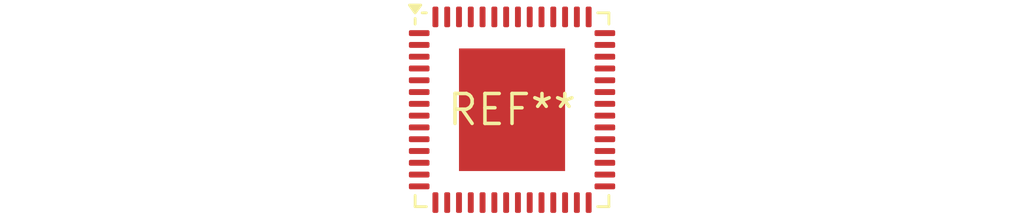
<source format=kicad_pcb>
(kicad_pcb (version 20240108) (generator pcbnew)
  (layers (0 "F.Cu" signal) (31 "B.Cu" signal) (34 "B.Paste" user) (35 "F.Paste" user) (36 "B.SilkS" user "B.Silkscreen") (37 "F.SilkS" user "F.Silkscreen") (38 "B.Mask" user) (39 "F.Mask" user) (44 "Edge.Cuts" user))
  (net 0 "")
  (footprint "QFN-56-1EP_8x8mm_P0.5mm_EP4.5x5.2mm" (layer "F.Cu") (at 0 0)
    (property "Reference" "REF**")
    (property "Value" "QFN-56-1EP_8x8mm_P0.5mm_EP4.5x5.2mm")
    (fp_line (start -4.11 -3.635) (end -4.11 -3.87) (layer "F.SilkS") (stroke (width 0.12)))
    (fp_line (start -4.11 4.11) (end -4.11 3.635) (layer "F.SilkS") (stroke (width 0.12)))
    (fp_line (start -3.635 -4.11) (end -3.81 -4.11) (layer "F.SilkS") (stroke (width 0.12)))
    (fp_line (start -3.635 4.11) (end -4.11 4.11) (layer "F.SilkS") (stroke (width 0.12)))
    (fp_line (start 3.635 -4.11) (end 4.11 -4.11) (layer "F.SilkS") (stroke (width 0.12)))
    (fp_line (start 3.635 4.11) (end 4.11 4.11) (layer "F.SilkS") (stroke (width 0.12)))
    (fp_line (start 4.11 -4.11) (end 4.11 -3.635) (layer "F.SilkS") (stroke (width 0.12)))
    (fp_line (start 4.11 4.11) (end 4.11 3.635) (layer "F.SilkS") (stroke (width 0.12)))
    (fp_poly (pts (xy -4.11 -4.11) (xy -4.35 -4.44) (xy -3.87 -4.44) (xy -4.11 -4.11)) (layer "F.SilkS") (stroke (width 0.12)) (fill solid))
    (pad "1" smd roundrect (at -3.9375 -3.25) (size 0.875 0.25) (layers "F.Cu" "F.Paste" "F.Mask"))
    (pad "2" smd roundrect (at -3.9375 -2.75) (size 0.875 0.25) (layers "F.Cu" "F.Paste" "F.Mask"))
    (pad "3" smd roundrect (at -3.9375 -2.25) (size 0.875 0.25) (layers "F.Cu" "F.Paste" "F.Mask"))
    (pad "4" smd roundrect (at -3.9375 -1.75) (size 0.875 0.25) (layers "F.Cu" "F.Paste" "F.Mask"))
    (pad "5" smd roundrect (at -3.9375 -1.25) (size 0.875 0.25) (layers "F.Cu" "F.Paste" "F.Mask"))
    (pad "6" smd roundrect (at -3.9375 -0.75) (size 0.875 0.25) (layers "F.Cu" "F.Paste" "F.Mask"))
    (pad "7" smd roundrect (at -3.9375 -0.25) (size 0.875 0.25) (layers "F.Cu" "F.Paste" "F.Mask"))
    (pad "8" smd roundrect (at -3.9375 0.25) (size 0.875 0.25) (layers "F.Cu" "F.Paste" "F.Mask"))
    (pad "9" smd roundrect (at -3.9375 0.75) (size 0.875 0.25) (layers "F.Cu" "F.Paste" "F.Mask"))
    (pad "10" smd roundrect (at -3.9375 1.25) (size 0.875 0.25) (layers "F.Cu" "F.Paste" "F.Mask"))
    (pad "11" smd roundrect (at -3.9375 1.75) (size 0.875 0.25) (layers "F.Cu" "F.Paste" "F.Mask"))
    (pad "12" smd roundrect (at -3.9375 2.25) (size 0.875 0.25) (layers "F.Cu" "F.Paste" "F.Mask"))
    (pad "13" smd roundrect (at -3.9375 2.75) (size 0.875 0.25) (layers "F.Cu" "F.Paste" "F.Mask"))
    (pad "14" smd roundrect (at -3.9375 3.25) (size 0.875 0.25) (layers "F.Cu" "F.Paste" "F.Mask"))
    (pad "15" smd roundrect (at -3.25 3.9375) (size 0.25 0.875) (layers "F.Cu" "F.Paste" "F.Mask"))
    (pad "16" smd roundrect (at -2.75 3.9375) (size 0.25 0.875) (layers "F.Cu" "F.Paste" "F.Mask"))
    (pad "17" smd roundrect (at -2.25 3.9375) (size 0.25 0.875) (layers "F.Cu" "F.Paste" "F.Mask"))
    (pad "18" smd roundrect (at -1.75 3.9375) (size 0.25 0.875) (layers "F.Cu" "F.Paste" "F.Mask"))
    (pad "19" smd roundrect (at -1.25 3.9375) (size 0.25 0.875) (layers "F.Cu" "F.Paste" "F.Mask"))
    (pad "20" smd roundrect (at -0.75 3.9375) (size 0.25 0.875) (layers "F.Cu" "F.Paste" "F.Mask"))
    (pad "21" smd roundrect (at -0.25 3.9375) (size 0.25 0.875) (layers "F.Cu" "F.Paste" "F.Mask"))
    (pad "22" smd roundrect (at 0.25 3.9375) (size 0.25 0.875) (layers "F.Cu" "F.Paste" "F.Mask"))
    (pad "23" smd roundrect (at 0.75 3.9375) (size 0.25 0.875) (layers "F.Cu" "F.Paste" "F.Mask"))
    (pad "24" smd roundrect (at 1.25 3.9375) (size 0.25 0.875) (layers "F.Cu" "F.Paste" "F.Mask"))
    (pad "25" smd roundrect (at 1.75 3.9375) (size 0.25 0.875) (layers "F.Cu" "F.Paste" "F.Mask"))
    (pad "26" smd roundrect (at 2.25 3.9375) (size 0.25 0.875) (layers "F.Cu" "F.Paste" "F.Mask"))
    (pad "27" smd roundrect (at 2.75 3.9375) (size 0.25 0.875) (layers "F.Cu" "F.Paste" "F.Mask"))
    (pad "28" smd roundrect (at 3.25 3.9375) (size 0.25 0.875) (layers "F.Cu" "F.Paste" "F.Mask"))
    (pad "29" smd roundrect (at 3.9375 3.25) (size 0.875 0.25) (layers "F.Cu" "F.Paste" "F.Mask"))
    (pad "30" smd roundrect (at 3.9375 2.75) (size 0.875 0.25) (layers "F.Cu" "F.Paste" "F.Mask"))
    (pad "31" smd roundrect (at 3.9375 2.25) (size 0.875 0.25) (layers "F.Cu" "F.Paste" "F.Mask"))
    (pad "32" smd roundrect (at 3.9375 1.75) (size 0.875 0.25) (layers "F.Cu" "F.Paste" "F.Mask"))
    (pad "33" smd roundrect (at 3.9375 1.25) (size 0.875 0.25) (layers "F.Cu" "F.Paste" "F.Mask"))
    (pad "34" smd roundrect (at 3.9375 0.75) (size 0.875 0.25) (layers "F.Cu" "F.Paste" "F.Mask"))
    (pad "35" smd roundrect (at 3.9375 0.25) (size 0.875 0.25) (layers "F.Cu" "F.Paste" "F.Mask"))
    (pad "36" smd roundrect (at 3.9375 -0.25) (size 0.875 0.25) (layers "F.Cu" "F.Paste" "F.Mask"))
    (pad "37" smd roundrect (at 3.9375 -0.75) (size 0.875 0.25) (layers "F.Cu" "F.Paste" "F.Mask"))
    (pad "38" smd roundrect (at 3.9375 -1.25) (size 0.875 0.25) (layers "F.Cu" "F.Paste" "F.Mask"))
    (pad "39" smd roundrect (at 3.9375 -1.75) (size 0.875 0.25) (layers "F.Cu" "F.Paste" "F.Mask"))
    (pad "40" smd roundrect (at 3.9375 -2.25) (size 0.875 0.25) (layers "F.Cu" "F.Paste" "F.Mask"))
    (pad "41" smd roundrect (at 3.9375 -2.75) (size 0.875 0.25) (layers "F.Cu" "F.Paste" "F.Mask"))
    (pad "42" smd roundrect (at 3.9375 -3.25) (size 0.875 0.25) (layers "F.Cu" "F.Paste" "F.Mask"))
    (pad "43" smd roundrect (at 3.25 -3.9375) (size 0.25 0.875) (layers "F.Cu" "F.Paste" "F.Mask"))
    (pad "44" smd roundrect (at 2.75 -3.9375) (size 0.25 0.875) (layers "F.Cu" "F.Paste" "F.Mask"))
    (pad "45" smd roundrect (at 2.25 -3.9375) (size 0.25 0.875) (layers "F.Cu" "F.Paste" "F.Mask"))
    (pad "46" smd roundrect (at 1.75 -3.9375) (size 0.25 0.875) (layers "F.Cu" "F.Paste" "F.Mask"))
    (pad "47" smd roundrect (at 1.25 -3.9375) (size 0.25 0.875) (layers "F.Cu" "F.Paste" "F.Mask"))
    (pad "48" smd roundrect (at 0.75 -3.9375) (size 0.25 0.875) (layers "F.Cu" "F.Paste" "F.Mask"))
    (pad "49" smd roundrect (at 0.25 -3.9375) (size 0.25 0.875) (layers "F.Cu" "F.Paste" "F.Mask"))
    (pad "50" smd roundrect (at -0.25 -3.9375) (size 0.25 0.875) (layers "F.Cu" "F.Paste" "F.Mask"))
    (pad "51" smd roundrect (at -0.75 -3.9375) (size 0.25 0.875) (layers "F.Cu" "F.Paste" "F.Mask"))
    (pad "52" smd roundrect (at -1.25 -3.9375) (size 0.25 0.875) (layers "F.Cu" "F.Paste" "F.Mask"))
    (pad "53" smd roundrect (at -1.75 -3.9375) (size 0.25 0.875) (layers "F.Cu" "F.Paste" "F.Mask"))
    (pad "54" smd roundrect (at -2.25 -3.9375) (size 0.25 0.875) (layers "F.Cu" "F.Paste" "F.Mask"))
    (pad "55" smd roundrect (at -2.75 -3.9375) (size 0.25 0.875) (layers "F.Cu" "F.Paste" "F.Mask"))
    (pad "56" smd roundrect (at -3.25 -3.9375) (size 0.25 0.875) (layers "F.Cu" "F.Paste" "F.Mask"))
    (pad "57" smd rect (at 0 0) (size 4.5 5.2) (property pad_prop_heatsink) (layers "F.Cu" "F.Mask"))
  )
)
</source>
